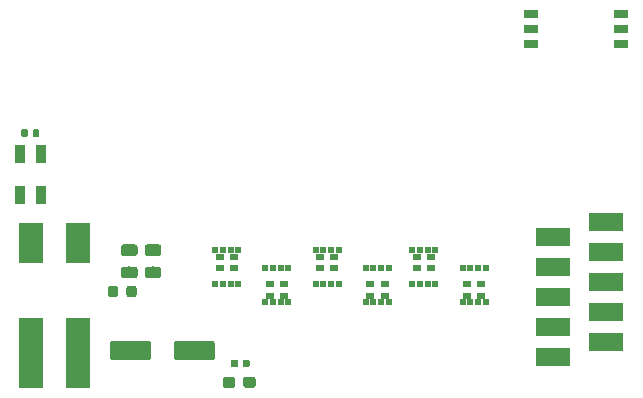
<source format=gbr>
G04 #@! TF.GenerationSoftware,KiCad,Pcbnew,5.1.2-f72e74a~84~ubuntu18.04.1*
G04 #@! TF.CreationDate,2019-09-23T02:40:17+02:00*
G04 #@! TF.ProjectId,board,626f6172-642e-46b6-9963-61645f706362,rev?*
G04 #@! TF.SameCoordinates,Original*
G04 #@! TF.FileFunction,Paste,Top*
G04 #@! TF.FilePolarity,Positive*
%FSLAX46Y46*%
G04 Gerber Fmt 4.6, Leading zero omitted, Abs format (unit mm)*
G04 Created by KiCad (PCBNEW 5.1.2-f72e74a~84~ubuntu18.04.1) date 2019-09-23 02:40:17*
%MOMM*%
%LPD*%
G04 APERTURE LIST*
%ADD10C,0.100000*%
%ADD11C,1.600000*%
%ADD12C,0.590000*%
%ADD13C,0.875000*%
%ADD14R,3.000000X1.500000*%
%ADD15C,0.950000*%
%ADD16R,2.000000X3.500000*%
%ADD17R,2.000000X6.000000*%
%ADD18R,0.738000X0.570000*%
%ADD19R,0.500000X0.630000*%
%ADD20C,0.975000*%
%ADD21R,1.270000X0.760000*%
%ADD22R,0.850000X1.600000*%
G04 APERTURE END LIST*
D10*
G36*
X112124504Y-129501204D02*
G01*
X112148773Y-129504804D01*
X112172571Y-129510765D01*
X112195671Y-129519030D01*
X112217849Y-129529520D01*
X112238893Y-129542133D01*
X112258598Y-129556747D01*
X112276777Y-129573223D01*
X112293253Y-129591402D01*
X112307867Y-129611107D01*
X112320480Y-129632151D01*
X112330970Y-129654329D01*
X112339235Y-129677429D01*
X112345196Y-129701227D01*
X112348796Y-129725496D01*
X112350000Y-129750000D01*
X112350000Y-130850000D01*
X112348796Y-130874504D01*
X112345196Y-130898773D01*
X112339235Y-130922571D01*
X112330970Y-130945671D01*
X112320480Y-130967849D01*
X112307867Y-130988893D01*
X112293253Y-131008598D01*
X112276777Y-131026777D01*
X112258598Y-131043253D01*
X112238893Y-131057867D01*
X112217849Y-131070480D01*
X112195671Y-131080970D01*
X112172571Y-131089235D01*
X112148773Y-131095196D01*
X112124504Y-131098796D01*
X112100000Y-131100000D01*
X109100000Y-131100000D01*
X109075496Y-131098796D01*
X109051227Y-131095196D01*
X109027429Y-131089235D01*
X109004329Y-131080970D01*
X108982151Y-131070480D01*
X108961107Y-131057867D01*
X108941402Y-131043253D01*
X108923223Y-131026777D01*
X108906747Y-131008598D01*
X108892133Y-130988893D01*
X108879520Y-130967849D01*
X108869030Y-130945671D01*
X108860765Y-130922571D01*
X108854804Y-130898773D01*
X108851204Y-130874504D01*
X108850000Y-130850000D01*
X108850000Y-129750000D01*
X108851204Y-129725496D01*
X108854804Y-129701227D01*
X108860765Y-129677429D01*
X108869030Y-129654329D01*
X108879520Y-129632151D01*
X108892133Y-129611107D01*
X108906747Y-129591402D01*
X108923223Y-129573223D01*
X108941402Y-129556747D01*
X108961107Y-129542133D01*
X108982151Y-129529520D01*
X109004329Y-129519030D01*
X109027429Y-129510765D01*
X109051227Y-129504804D01*
X109075496Y-129501204D01*
X109100000Y-129500000D01*
X112100000Y-129500000D01*
X112124504Y-129501204D01*
X112124504Y-129501204D01*
G37*
D11*
X110600000Y-130300000D03*
D10*
G36*
X117524504Y-129501204D02*
G01*
X117548773Y-129504804D01*
X117572571Y-129510765D01*
X117595671Y-129519030D01*
X117617849Y-129529520D01*
X117638893Y-129542133D01*
X117658598Y-129556747D01*
X117676777Y-129573223D01*
X117693253Y-129591402D01*
X117707867Y-129611107D01*
X117720480Y-129632151D01*
X117730970Y-129654329D01*
X117739235Y-129677429D01*
X117745196Y-129701227D01*
X117748796Y-129725496D01*
X117750000Y-129750000D01*
X117750000Y-130850000D01*
X117748796Y-130874504D01*
X117745196Y-130898773D01*
X117739235Y-130922571D01*
X117730970Y-130945671D01*
X117720480Y-130967849D01*
X117707867Y-130988893D01*
X117693253Y-131008598D01*
X117676777Y-131026777D01*
X117658598Y-131043253D01*
X117638893Y-131057867D01*
X117617849Y-131070480D01*
X117595671Y-131080970D01*
X117572571Y-131089235D01*
X117548773Y-131095196D01*
X117524504Y-131098796D01*
X117500000Y-131100000D01*
X114500000Y-131100000D01*
X114475496Y-131098796D01*
X114451227Y-131095196D01*
X114427429Y-131089235D01*
X114404329Y-131080970D01*
X114382151Y-131070480D01*
X114361107Y-131057867D01*
X114341402Y-131043253D01*
X114323223Y-131026777D01*
X114306747Y-131008598D01*
X114292133Y-130988893D01*
X114279520Y-130967849D01*
X114269030Y-130945671D01*
X114260765Y-130922571D01*
X114254804Y-130898773D01*
X114251204Y-130874504D01*
X114250000Y-130850000D01*
X114250000Y-129750000D01*
X114251204Y-129725496D01*
X114254804Y-129701227D01*
X114260765Y-129677429D01*
X114269030Y-129654329D01*
X114279520Y-129632151D01*
X114292133Y-129611107D01*
X114306747Y-129591402D01*
X114323223Y-129573223D01*
X114341402Y-129556747D01*
X114361107Y-129542133D01*
X114382151Y-129529520D01*
X114404329Y-129519030D01*
X114427429Y-129510765D01*
X114451227Y-129504804D01*
X114475496Y-129501204D01*
X114500000Y-129500000D01*
X117500000Y-129500000D01*
X117524504Y-129501204D01*
X117524504Y-129501204D01*
G37*
D11*
X116000000Y-130300000D03*
D10*
G36*
X101791958Y-111580710D02*
G01*
X101806276Y-111582834D01*
X101820317Y-111586351D01*
X101833946Y-111591228D01*
X101847031Y-111597417D01*
X101859447Y-111604858D01*
X101871073Y-111613481D01*
X101881798Y-111623202D01*
X101891519Y-111633927D01*
X101900142Y-111645553D01*
X101907583Y-111657969D01*
X101913772Y-111671054D01*
X101918649Y-111684683D01*
X101922166Y-111698724D01*
X101924290Y-111713042D01*
X101925000Y-111727500D01*
X101925000Y-112072500D01*
X101924290Y-112086958D01*
X101922166Y-112101276D01*
X101918649Y-112115317D01*
X101913772Y-112128946D01*
X101907583Y-112142031D01*
X101900142Y-112154447D01*
X101891519Y-112166073D01*
X101881798Y-112176798D01*
X101871073Y-112186519D01*
X101859447Y-112195142D01*
X101847031Y-112202583D01*
X101833946Y-112208772D01*
X101820317Y-112213649D01*
X101806276Y-112217166D01*
X101791958Y-112219290D01*
X101777500Y-112220000D01*
X101482500Y-112220000D01*
X101468042Y-112219290D01*
X101453724Y-112217166D01*
X101439683Y-112213649D01*
X101426054Y-112208772D01*
X101412969Y-112202583D01*
X101400553Y-112195142D01*
X101388927Y-112186519D01*
X101378202Y-112176798D01*
X101368481Y-112166073D01*
X101359858Y-112154447D01*
X101352417Y-112142031D01*
X101346228Y-112128946D01*
X101341351Y-112115317D01*
X101337834Y-112101276D01*
X101335710Y-112086958D01*
X101335000Y-112072500D01*
X101335000Y-111727500D01*
X101335710Y-111713042D01*
X101337834Y-111698724D01*
X101341351Y-111684683D01*
X101346228Y-111671054D01*
X101352417Y-111657969D01*
X101359858Y-111645553D01*
X101368481Y-111633927D01*
X101378202Y-111623202D01*
X101388927Y-111613481D01*
X101400553Y-111604858D01*
X101412969Y-111597417D01*
X101426054Y-111591228D01*
X101439683Y-111586351D01*
X101453724Y-111582834D01*
X101468042Y-111580710D01*
X101482500Y-111580000D01*
X101777500Y-111580000D01*
X101791958Y-111580710D01*
X101791958Y-111580710D01*
G37*
D12*
X101630000Y-111900000D03*
D10*
G36*
X102761958Y-111580710D02*
G01*
X102776276Y-111582834D01*
X102790317Y-111586351D01*
X102803946Y-111591228D01*
X102817031Y-111597417D01*
X102829447Y-111604858D01*
X102841073Y-111613481D01*
X102851798Y-111623202D01*
X102861519Y-111633927D01*
X102870142Y-111645553D01*
X102877583Y-111657969D01*
X102883772Y-111671054D01*
X102888649Y-111684683D01*
X102892166Y-111698724D01*
X102894290Y-111713042D01*
X102895000Y-111727500D01*
X102895000Y-112072500D01*
X102894290Y-112086958D01*
X102892166Y-112101276D01*
X102888649Y-112115317D01*
X102883772Y-112128946D01*
X102877583Y-112142031D01*
X102870142Y-112154447D01*
X102861519Y-112166073D01*
X102851798Y-112176798D01*
X102841073Y-112186519D01*
X102829447Y-112195142D01*
X102817031Y-112202583D01*
X102803946Y-112208772D01*
X102790317Y-112213649D01*
X102776276Y-112217166D01*
X102761958Y-112219290D01*
X102747500Y-112220000D01*
X102452500Y-112220000D01*
X102438042Y-112219290D01*
X102423724Y-112217166D01*
X102409683Y-112213649D01*
X102396054Y-112208772D01*
X102382969Y-112202583D01*
X102370553Y-112195142D01*
X102358927Y-112186519D01*
X102348202Y-112176798D01*
X102338481Y-112166073D01*
X102329858Y-112154447D01*
X102322417Y-112142031D01*
X102316228Y-112128946D01*
X102311351Y-112115317D01*
X102307834Y-112101276D01*
X102305710Y-112086958D01*
X102305000Y-112072500D01*
X102305000Y-111727500D01*
X102305710Y-111713042D01*
X102307834Y-111698724D01*
X102311351Y-111684683D01*
X102316228Y-111671054D01*
X102322417Y-111657969D01*
X102329858Y-111645553D01*
X102338481Y-111633927D01*
X102348202Y-111623202D01*
X102358927Y-111613481D01*
X102370553Y-111604858D01*
X102382969Y-111597417D01*
X102396054Y-111591228D01*
X102409683Y-111586351D01*
X102423724Y-111582834D01*
X102438042Y-111580710D01*
X102452500Y-111580000D01*
X102747500Y-111580000D01*
X102761958Y-111580710D01*
X102761958Y-111580710D01*
G37*
D12*
X102600000Y-111900000D03*
D10*
G36*
X110927691Y-124826053D02*
G01*
X110948926Y-124829203D01*
X110969750Y-124834419D01*
X110989962Y-124841651D01*
X111009368Y-124850830D01*
X111027781Y-124861866D01*
X111045024Y-124874654D01*
X111060930Y-124889070D01*
X111075346Y-124904976D01*
X111088134Y-124922219D01*
X111099170Y-124940632D01*
X111108349Y-124960038D01*
X111115581Y-124980250D01*
X111120797Y-125001074D01*
X111123947Y-125022309D01*
X111125000Y-125043750D01*
X111125000Y-125556250D01*
X111123947Y-125577691D01*
X111120797Y-125598926D01*
X111115581Y-125619750D01*
X111108349Y-125639962D01*
X111099170Y-125659368D01*
X111088134Y-125677781D01*
X111075346Y-125695024D01*
X111060930Y-125710930D01*
X111045024Y-125725346D01*
X111027781Y-125738134D01*
X111009368Y-125749170D01*
X110989962Y-125758349D01*
X110969750Y-125765581D01*
X110948926Y-125770797D01*
X110927691Y-125773947D01*
X110906250Y-125775000D01*
X110468750Y-125775000D01*
X110447309Y-125773947D01*
X110426074Y-125770797D01*
X110405250Y-125765581D01*
X110385038Y-125758349D01*
X110365632Y-125749170D01*
X110347219Y-125738134D01*
X110329976Y-125725346D01*
X110314070Y-125710930D01*
X110299654Y-125695024D01*
X110286866Y-125677781D01*
X110275830Y-125659368D01*
X110266651Y-125639962D01*
X110259419Y-125619750D01*
X110254203Y-125598926D01*
X110251053Y-125577691D01*
X110250000Y-125556250D01*
X110250000Y-125043750D01*
X110251053Y-125022309D01*
X110254203Y-125001074D01*
X110259419Y-124980250D01*
X110266651Y-124960038D01*
X110275830Y-124940632D01*
X110286866Y-124922219D01*
X110299654Y-124904976D01*
X110314070Y-124889070D01*
X110329976Y-124874654D01*
X110347219Y-124861866D01*
X110365632Y-124850830D01*
X110385038Y-124841651D01*
X110405250Y-124834419D01*
X110426074Y-124829203D01*
X110447309Y-124826053D01*
X110468750Y-124825000D01*
X110906250Y-124825000D01*
X110927691Y-124826053D01*
X110927691Y-124826053D01*
G37*
D13*
X110687500Y-125300000D03*
D10*
G36*
X109352691Y-124826053D02*
G01*
X109373926Y-124829203D01*
X109394750Y-124834419D01*
X109414962Y-124841651D01*
X109434368Y-124850830D01*
X109452781Y-124861866D01*
X109470024Y-124874654D01*
X109485930Y-124889070D01*
X109500346Y-124904976D01*
X109513134Y-124922219D01*
X109524170Y-124940632D01*
X109533349Y-124960038D01*
X109540581Y-124980250D01*
X109545797Y-125001074D01*
X109548947Y-125022309D01*
X109550000Y-125043750D01*
X109550000Y-125556250D01*
X109548947Y-125577691D01*
X109545797Y-125598926D01*
X109540581Y-125619750D01*
X109533349Y-125639962D01*
X109524170Y-125659368D01*
X109513134Y-125677781D01*
X109500346Y-125695024D01*
X109485930Y-125710930D01*
X109470024Y-125725346D01*
X109452781Y-125738134D01*
X109434368Y-125749170D01*
X109414962Y-125758349D01*
X109394750Y-125765581D01*
X109373926Y-125770797D01*
X109352691Y-125773947D01*
X109331250Y-125775000D01*
X108893750Y-125775000D01*
X108872309Y-125773947D01*
X108851074Y-125770797D01*
X108830250Y-125765581D01*
X108810038Y-125758349D01*
X108790632Y-125749170D01*
X108772219Y-125738134D01*
X108754976Y-125725346D01*
X108739070Y-125710930D01*
X108724654Y-125695024D01*
X108711866Y-125677781D01*
X108700830Y-125659368D01*
X108691651Y-125639962D01*
X108684419Y-125619750D01*
X108679203Y-125598926D01*
X108676053Y-125577691D01*
X108675000Y-125556250D01*
X108675000Y-125043750D01*
X108676053Y-125022309D01*
X108679203Y-125001074D01*
X108684419Y-124980250D01*
X108691651Y-124960038D01*
X108700830Y-124940632D01*
X108711866Y-124922219D01*
X108724654Y-124904976D01*
X108739070Y-124889070D01*
X108754976Y-124874654D01*
X108772219Y-124861866D01*
X108790632Y-124850830D01*
X108810038Y-124841651D01*
X108830250Y-124834419D01*
X108851074Y-124829203D01*
X108872309Y-124826053D01*
X108893750Y-124825000D01*
X109331250Y-124825000D01*
X109352691Y-124826053D01*
X109352691Y-124826053D01*
G37*
D13*
X109112500Y-125300000D03*
D14*
X146343000Y-130837000D03*
X146343000Y-128297000D03*
X146343000Y-125757000D03*
X146343000Y-123217000D03*
X146343000Y-120677000D03*
X150843000Y-129567000D03*
X150843000Y-127027000D03*
X150843000Y-124487000D03*
X150843000Y-121947000D03*
X150843000Y-119407000D03*
D10*
G36*
X119235779Y-132526144D02*
G01*
X119258834Y-132529563D01*
X119281443Y-132535227D01*
X119303387Y-132543079D01*
X119324457Y-132553044D01*
X119344448Y-132565026D01*
X119363168Y-132578910D01*
X119380438Y-132594562D01*
X119396090Y-132611832D01*
X119409974Y-132630552D01*
X119421956Y-132650543D01*
X119431921Y-132671613D01*
X119439773Y-132693557D01*
X119445437Y-132716166D01*
X119448856Y-132739221D01*
X119450000Y-132762500D01*
X119450000Y-133237500D01*
X119448856Y-133260779D01*
X119445437Y-133283834D01*
X119439773Y-133306443D01*
X119431921Y-133328387D01*
X119421956Y-133349457D01*
X119409974Y-133369448D01*
X119396090Y-133388168D01*
X119380438Y-133405438D01*
X119363168Y-133421090D01*
X119344448Y-133434974D01*
X119324457Y-133446956D01*
X119303387Y-133456921D01*
X119281443Y-133464773D01*
X119258834Y-133470437D01*
X119235779Y-133473856D01*
X119212500Y-133475000D01*
X118637500Y-133475000D01*
X118614221Y-133473856D01*
X118591166Y-133470437D01*
X118568557Y-133464773D01*
X118546613Y-133456921D01*
X118525543Y-133446956D01*
X118505552Y-133434974D01*
X118486832Y-133421090D01*
X118469562Y-133405438D01*
X118453910Y-133388168D01*
X118440026Y-133369448D01*
X118428044Y-133349457D01*
X118418079Y-133328387D01*
X118410227Y-133306443D01*
X118404563Y-133283834D01*
X118401144Y-133260779D01*
X118400000Y-133237500D01*
X118400000Y-132762500D01*
X118401144Y-132739221D01*
X118404563Y-132716166D01*
X118410227Y-132693557D01*
X118418079Y-132671613D01*
X118428044Y-132650543D01*
X118440026Y-132630552D01*
X118453910Y-132611832D01*
X118469562Y-132594562D01*
X118486832Y-132578910D01*
X118505552Y-132565026D01*
X118525543Y-132553044D01*
X118546613Y-132543079D01*
X118568557Y-132535227D01*
X118591166Y-132529563D01*
X118614221Y-132526144D01*
X118637500Y-132525000D01*
X119212500Y-132525000D01*
X119235779Y-132526144D01*
X119235779Y-132526144D01*
G37*
D15*
X118925000Y-133000000D03*
D10*
G36*
X120985779Y-132526144D02*
G01*
X121008834Y-132529563D01*
X121031443Y-132535227D01*
X121053387Y-132543079D01*
X121074457Y-132553044D01*
X121094448Y-132565026D01*
X121113168Y-132578910D01*
X121130438Y-132594562D01*
X121146090Y-132611832D01*
X121159974Y-132630552D01*
X121171956Y-132650543D01*
X121181921Y-132671613D01*
X121189773Y-132693557D01*
X121195437Y-132716166D01*
X121198856Y-132739221D01*
X121200000Y-132762500D01*
X121200000Y-133237500D01*
X121198856Y-133260779D01*
X121195437Y-133283834D01*
X121189773Y-133306443D01*
X121181921Y-133328387D01*
X121171956Y-133349457D01*
X121159974Y-133369448D01*
X121146090Y-133388168D01*
X121130438Y-133405438D01*
X121113168Y-133421090D01*
X121094448Y-133434974D01*
X121074457Y-133446956D01*
X121053387Y-133456921D01*
X121031443Y-133464773D01*
X121008834Y-133470437D01*
X120985779Y-133473856D01*
X120962500Y-133475000D01*
X120387500Y-133475000D01*
X120364221Y-133473856D01*
X120341166Y-133470437D01*
X120318557Y-133464773D01*
X120296613Y-133456921D01*
X120275543Y-133446956D01*
X120255552Y-133434974D01*
X120236832Y-133421090D01*
X120219562Y-133405438D01*
X120203910Y-133388168D01*
X120190026Y-133369448D01*
X120178044Y-133349457D01*
X120168079Y-133328387D01*
X120160227Y-133306443D01*
X120154563Y-133283834D01*
X120151144Y-133260779D01*
X120150000Y-133237500D01*
X120150000Y-132762500D01*
X120151144Y-132739221D01*
X120154563Y-132716166D01*
X120160227Y-132693557D01*
X120168079Y-132671613D01*
X120178044Y-132650543D01*
X120190026Y-132630552D01*
X120203910Y-132611832D01*
X120219562Y-132594562D01*
X120236832Y-132578910D01*
X120255552Y-132565026D01*
X120275543Y-132553044D01*
X120296613Y-132543079D01*
X120318557Y-132535227D01*
X120341166Y-132529563D01*
X120364221Y-132526144D01*
X120387500Y-132525000D01*
X120962500Y-132525000D01*
X120985779Y-132526144D01*
X120985779Y-132526144D01*
G37*
D15*
X120675000Y-133000000D03*
D10*
G36*
X119576958Y-131080710D02*
G01*
X119591276Y-131082834D01*
X119605317Y-131086351D01*
X119618946Y-131091228D01*
X119632031Y-131097417D01*
X119644447Y-131104858D01*
X119656073Y-131113481D01*
X119666798Y-131123202D01*
X119676519Y-131133927D01*
X119685142Y-131145553D01*
X119692583Y-131157969D01*
X119698772Y-131171054D01*
X119703649Y-131184683D01*
X119707166Y-131198724D01*
X119709290Y-131213042D01*
X119710000Y-131227500D01*
X119710000Y-131572500D01*
X119709290Y-131586958D01*
X119707166Y-131601276D01*
X119703649Y-131615317D01*
X119698772Y-131628946D01*
X119692583Y-131642031D01*
X119685142Y-131654447D01*
X119676519Y-131666073D01*
X119666798Y-131676798D01*
X119656073Y-131686519D01*
X119644447Y-131695142D01*
X119632031Y-131702583D01*
X119618946Y-131708772D01*
X119605317Y-131713649D01*
X119591276Y-131717166D01*
X119576958Y-131719290D01*
X119562500Y-131720000D01*
X119267500Y-131720000D01*
X119253042Y-131719290D01*
X119238724Y-131717166D01*
X119224683Y-131713649D01*
X119211054Y-131708772D01*
X119197969Y-131702583D01*
X119185553Y-131695142D01*
X119173927Y-131686519D01*
X119163202Y-131676798D01*
X119153481Y-131666073D01*
X119144858Y-131654447D01*
X119137417Y-131642031D01*
X119131228Y-131628946D01*
X119126351Y-131615317D01*
X119122834Y-131601276D01*
X119120710Y-131586958D01*
X119120000Y-131572500D01*
X119120000Y-131227500D01*
X119120710Y-131213042D01*
X119122834Y-131198724D01*
X119126351Y-131184683D01*
X119131228Y-131171054D01*
X119137417Y-131157969D01*
X119144858Y-131145553D01*
X119153481Y-131133927D01*
X119163202Y-131123202D01*
X119173927Y-131113481D01*
X119185553Y-131104858D01*
X119197969Y-131097417D01*
X119211054Y-131091228D01*
X119224683Y-131086351D01*
X119238724Y-131082834D01*
X119253042Y-131080710D01*
X119267500Y-131080000D01*
X119562500Y-131080000D01*
X119576958Y-131080710D01*
X119576958Y-131080710D01*
G37*
D12*
X119415000Y-131400000D03*
D10*
G36*
X120546958Y-131080710D02*
G01*
X120561276Y-131082834D01*
X120575317Y-131086351D01*
X120588946Y-131091228D01*
X120602031Y-131097417D01*
X120614447Y-131104858D01*
X120626073Y-131113481D01*
X120636798Y-131123202D01*
X120646519Y-131133927D01*
X120655142Y-131145553D01*
X120662583Y-131157969D01*
X120668772Y-131171054D01*
X120673649Y-131184683D01*
X120677166Y-131198724D01*
X120679290Y-131213042D01*
X120680000Y-131227500D01*
X120680000Y-131572500D01*
X120679290Y-131586958D01*
X120677166Y-131601276D01*
X120673649Y-131615317D01*
X120668772Y-131628946D01*
X120662583Y-131642031D01*
X120655142Y-131654447D01*
X120646519Y-131666073D01*
X120636798Y-131676798D01*
X120626073Y-131686519D01*
X120614447Y-131695142D01*
X120602031Y-131702583D01*
X120588946Y-131708772D01*
X120575317Y-131713649D01*
X120561276Y-131717166D01*
X120546958Y-131719290D01*
X120532500Y-131720000D01*
X120237500Y-131720000D01*
X120223042Y-131719290D01*
X120208724Y-131717166D01*
X120194683Y-131713649D01*
X120181054Y-131708772D01*
X120167969Y-131702583D01*
X120155553Y-131695142D01*
X120143927Y-131686519D01*
X120133202Y-131676798D01*
X120123481Y-131666073D01*
X120114858Y-131654447D01*
X120107417Y-131642031D01*
X120101228Y-131628946D01*
X120096351Y-131615317D01*
X120092834Y-131601276D01*
X120090710Y-131586958D01*
X120090000Y-131572500D01*
X120090000Y-131227500D01*
X120090710Y-131213042D01*
X120092834Y-131198724D01*
X120096351Y-131184683D01*
X120101228Y-131171054D01*
X120107417Y-131157969D01*
X120114858Y-131145553D01*
X120123481Y-131133927D01*
X120133202Y-131123202D01*
X120143927Y-131113481D01*
X120155553Y-131104858D01*
X120167969Y-131097417D01*
X120181054Y-131091228D01*
X120194683Y-131086351D01*
X120208724Y-131082834D01*
X120223042Y-131080710D01*
X120237500Y-131080000D01*
X120532500Y-131080000D01*
X120546958Y-131080710D01*
X120546958Y-131080710D01*
G37*
D12*
X120385000Y-131400000D03*
D16*
X106140000Y-121242000D03*
D17*
X106140000Y-130492000D03*
X102140000Y-130492000D03*
D16*
X102140000Y-121242000D03*
D18*
X134835000Y-123340000D03*
X136055000Y-123340000D03*
X134835000Y-122390000D03*
X136055000Y-122390000D03*
D19*
X134475000Y-121810000D03*
X135115000Y-121810000D03*
X135775000Y-121810000D03*
X136415000Y-121810000D03*
X136415000Y-124690000D03*
X135775000Y-124690000D03*
X135115000Y-124690000D03*
X134475000Y-124690000D03*
D18*
X140310000Y-124710000D03*
X139090000Y-124710000D03*
X140310000Y-125660000D03*
X139090000Y-125660000D03*
D19*
X140670000Y-126240000D03*
X140030000Y-126240000D03*
X139370000Y-126240000D03*
X138730000Y-126240000D03*
X138730000Y-123360000D03*
X139370000Y-123360000D03*
X140030000Y-123360000D03*
X140670000Y-123360000D03*
D18*
X132110000Y-124710000D03*
X130890000Y-124710000D03*
X132110000Y-125660000D03*
X130890000Y-125660000D03*
D19*
X132470000Y-126240000D03*
X131830000Y-126240000D03*
X131170000Y-126240000D03*
X130530000Y-126240000D03*
X130530000Y-123360000D03*
X131170000Y-123360000D03*
X131830000Y-123360000D03*
X132470000Y-123360000D03*
D18*
X118140000Y-123340000D03*
X119360000Y-123340000D03*
X118140000Y-122390000D03*
X119360000Y-122390000D03*
D19*
X117780000Y-121810000D03*
X118420000Y-121810000D03*
X119080000Y-121810000D03*
X119720000Y-121810000D03*
X119720000Y-124690000D03*
X119080000Y-124690000D03*
X118420000Y-124690000D03*
X117780000Y-124690000D03*
D18*
X126640000Y-123340000D03*
X127860000Y-123340000D03*
X126640000Y-122390000D03*
X127860000Y-122390000D03*
D19*
X126280000Y-121810000D03*
X126920000Y-121810000D03*
X127580000Y-121810000D03*
X128220000Y-121810000D03*
X128220000Y-124690000D03*
X127580000Y-124690000D03*
X126920000Y-124690000D03*
X126280000Y-124690000D03*
D18*
X123610000Y-124710000D03*
X122390000Y-124710000D03*
X123610000Y-125660000D03*
X122390000Y-125660000D03*
D19*
X123970000Y-126240000D03*
X123330000Y-126240000D03*
X122670000Y-126240000D03*
X122030000Y-126240000D03*
X122030000Y-123360000D03*
X122670000Y-123360000D03*
X123330000Y-123360000D03*
X123970000Y-123360000D03*
D10*
G36*
X112980142Y-123201174D02*
G01*
X113003803Y-123204684D01*
X113027007Y-123210496D01*
X113049529Y-123218554D01*
X113071153Y-123228782D01*
X113091670Y-123241079D01*
X113110883Y-123255329D01*
X113128607Y-123271393D01*
X113144671Y-123289117D01*
X113158921Y-123308330D01*
X113171218Y-123328847D01*
X113181446Y-123350471D01*
X113189504Y-123372993D01*
X113195316Y-123396197D01*
X113198826Y-123419858D01*
X113200000Y-123443750D01*
X113200000Y-123931250D01*
X113198826Y-123955142D01*
X113195316Y-123978803D01*
X113189504Y-124002007D01*
X113181446Y-124024529D01*
X113171218Y-124046153D01*
X113158921Y-124066670D01*
X113144671Y-124085883D01*
X113128607Y-124103607D01*
X113110883Y-124119671D01*
X113091670Y-124133921D01*
X113071153Y-124146218D01*
X113049529Y-124156446D01*
X113027007Y-124164504D01*
X113003803Y-124170316D01*
X112980142Y-124173826D01*
X112956250Y-124175000D01*
X112043750Y-124175000D01*
X112019858Y-124173826D01*
X111996197Y-124170316D01*
X111972993Y-124164504D01*
X111950471Y-124156446D01*
X111928847Y-124146218D01*
X111908330Y-124133921D01*
X111889117Y-124119671D01*
X111871393Y-124103607D01*
X111855329Y-124085883D01*
X111841079Y-124066670D01*
X111828782Y-124046153D01*
X111818554Y-124024529D01*
X111810496Y-124002007D01*
X111804684Y-123978803D01*
X111801174Y-123955142D01*
X111800000Y-123931250D01*
X111800000Y-123443750D01*
X111801174Y-123419858D01*
X111804684Y-123396197D01*
X111810496Y-123372993D01*
X111818554Y-123350471D01*
X111828782Y-123328847D01*
X111841079Y-123308330D01*
X111855329Y-123289117D01*
X111871393Y-123271393D01*
X111889117Y-123255329D01*
X111908330Y-123241079D01*
X111928847Y-123228782D01*
X111950471Y-123218554D01*
X111972993Y-123210496D01*
X111996197Y-123204684D01*
X112019858Y-123201174D01*
X112043750Y-123200000D01*
X112956250Y-123200000D01*
X112980142Y-123201174D01*
X112980142Y-123201174D01*
G37*
D20*
X112500000Y-123687500D03*
D10*
G36*
X112980142Y-121326174D02*
G01*
X113003803Y-121329684D01*
X113027007Y-121335496D01*
X113049529Y-121343554D01*
X113071153Y-121353782D01*
X113091670Y-121366079D01*
X113110883Y-121380329D01*
X113128607Y-121396393D01*
X113144671Y-121414117D01*
X113158921Y-121433330D01*
X113171218Y-121453847D01*
X113181446Y-121475471D01*
X113189504Y-121497993D01*
X113195316Y-121521197D01*
X113198826Y-121544858D01*
X113200000Y-121568750D01*
X113200000Y-122056250D01*
X113198826Y-122080142D01*
X113195316Y-122103803D01*
X113189504Y-122127007D01*
X113181446Y-122149529D01*
X113171218Y-122171153D01*
X113158921Y-122191670D01*
X113144671Y-122210883D01*
X113128607Y-122228607D01*
X113110883Y-122244671D01*
X113091670Y-122258921D01*
X113071153Y-122271218D01*
X113049529Y-122281446D01*
X113027007Y-122289504D01*
X113003803Y-122295316D01*
X112980142Y-122298826D01*
X112956250Y-122300000D01*
X112043750Y-122300000D01*
X112019858Y-122298826D01*
X111996197Y-122295316D01*
X111972993Y-122289504D01*
X111950471Y-122281446D01*
X111928847Y-122271218D01*
X111908330Y-122258921D01*
X111889117Y-122244671D01*
X111871393Y-122228607D01*
X111855329Y-122210883D01*
X111841079Y-122191670D01*
X111828782Y-122171153D01*
X111818554Y-122149529D01*
X111810496Y-122127007D01*
X111804684Y-122103803D01*
X111801174Y-122080142D01*
X111800000Y-122056250D01*
X111800000Y-121568750D01*
X111801174Y-121544858D01*
X111804684Y-121521197D01*
X111810496Y-121497993D01*
X111818554Y-121475471D01*
X111828782Y-121453847D01*
X111841079Y-121433330D01*
X111855329Y-121414117D01*
X111871393Y-121396393D01*
X111889117Y-121380329D01*
X111908330Y-121366079D01*
X111928847Y-121353782D01*
X111950471Y-121343554D01*
X111972993Y-121335496D01*
X111996197Y-121329684D01*
X112019858Y-121326174D01*
X112043750Y-121325000D01*
X112956250Y-121325000D01*
X112980142Y-121326174D01*
X112980142Y-121326174D01*
G37*
D20*
X112500000Y-121812500D03*
D10*
G36*
X110980142Y-123201174D02*
G01*
X111003803Y-123204684D01*
X111027007Y-123210496D01*
X111049529Y-123218554D01*
X111071153Y-123228782D01*
X111091670Y-123241079D01*
X111110883Y-123255329D01*
X111128607Y-123271393D01*
X111144671Y-123289117D01*
X111158921Y-123308330D01*
X111171218Y-123328847D01*
X111181446Y-123350471D01*
X111189504Y-123372993D01*
X111195316Y-123396197D01*
X111198826Y-123419858D01*
X111200000Y-123443750D01*
X111200000Y-123931250D01*
X111198826Y-123955142D01*
X111195316Y-123978803D01*
X111189504Y-124002007D01*
X111181446Y-124024529D01*
X111171218Y-124046153D01*
X111158921Y-124066670D01*
X111144671Y-124085883D01*
X111128607Y-124103607D01*
X111110883Y-124119671D01*
X111091670Y-124133921D01*
X111071153Y-124146218D01*
X111049529Y-124156446D01*
X111027007Y-124164504D01*
X111003803Y-124170316D01*
X110980142Y-124173826D01*
X110956250Y-124175000D01*
X110043750Y-124175000D01*
X110019858Y-124173826D01*
X109996197Y-124170316D01*
X109972993Y-124164504D01*
X109950471Y-124156446D01*
X109928847Y-124146218D01*
X109908330Y-124133921D01*
X109889117Y-124119671D01*
X109871393Y-124103607D01*
X109855329Y-124085883D01*
X109841079Y-124066670D01*
X109828782Y-124046153D01*
X109818554Y-124024529D01*
X109810496Y-124002007D01*
X109804684Y-123978803D01*
X109801174Y-123955142D01*
X109800000Y-123931250D01*
X109800000Y-123443750D01*
X109801174Y-123419858D01*
X109804684Y-123396197D01*
X109810496Y-123372993D01*
X109818554Y-123350471D01*
X109828782Y-123328847D01*
X109841079Y-123308330D01*
X109855329Y-123289117D01*
X109871393Y-123271393D01*
X109889117Y-123255329D01*
X109908330Y-123241079D01*
X109928847Y-123228782D01*
X109950471Y-123218554D01*
X109972993Y-123210496D01*
X109996197Y-123204684D01*
X110019858Y-123201174D01*
X110043750Y-123200000D01*
X110956250Y-123200000D01*
X110980142Y-123201174D01*
X110980142Y-123201174D01*
G37*
D20*
X110500000Y-123687500D03*
D10*
G36*
X110980142Y-121326174D02*
G01*
X111003803Y-121329684D01*
X111027007Y-121335496D01*
X111049529Y-121343554D01*
X111071153Y-121353782D01*
X111091670Y-121366079D01*
X111110883Y-121380329D01*
X111128607Y-121396393D01*
X111144671Y-121414117D01*
X111158921Y-121433330D01*
X111171218Y-121453847D01*
X111181446Y-121475471D01*
X111189504Y-121497993D01*
X111195316Y-121521197D01*
X111198826Y-121544858D01*
X111200000Y-121568750D01*
X111200000Y-122056250D01*
X111198826Y-122080142D01*
X111195316Y-122103803D01*
X111189504Y-122127007D01*
X111181446Y-122149529D01*
X111171218Y-122171153D01*
X111158921Y-122191670D01*
X111144671Y-122210883D01*
X111128607Y-122228607D01*
X111110883Y-122244671D01*
X111091670Y-122258921D01*
X111071153Y-122271218D01*
X111049529Y-122281446D01*
X111027007Y-122289504D01*
X111003803Y-122295316D01*
X110980142Y-122298826D01*
X110956250Y-122300000D01*
X110043750Y-122300000D01*
X110019858Y-122298826D01*
X109996197Y-122295316D01*
X109972993Y-122289504D01*
X109950471Y-122281446D01*
X109928847Y-122271218D01*
X109908330Y-122258921D01*
X109889117Y-122244671D01*
X109871393Y-122228607D01*
X109855329Y-122210883D01*
X109841079Y-122191670D01*
X109828782Y-122171153D01*
X109818554Y-122149529D01*
X109810496Y-122127007D01*
X109804684Y-122103803D01*
X109801174Y-122080142D01*
X109800000Y-122056250D01*
X109800000Y-121568750D01*
X109801174Y-121544858D01*
X109804684Y-121521197D01*
X109810496Y-121497993D01*
X109818554Y-121475471D01*
X109828782Y-121453847D01*
X109841079Y-121433330D01*
X109855329Y-121414117D01*
X109871393Y-121396393D01*
X109889117Y-121380329D01*
X109908330Y-121366079D01*
X109928847Y-121353782D01*
X109950471Y-121343554D01*
X109972993Y-121335496D01*
X109996197Y-121329684D01*
X110019858Y-121326174D01*
X110043750Y-121325000D01*
X110956250Y-121325000D01*
X110980142Y-121326174D01*
X110980142Y-121326174D01*
G37*
D20*
X110500000Y-121812500D03*
D21*
X144490000Y-101830000D03*
X152110000Y-104370000D03*
X144490000Y-103100000D03*
X152110000Y-103100000D03*
X144490000Y-104370000D03*
X152110000Y-101830000D03*
D22*
X101275000Y-117150000D03*
X103025000Y-117150000D03*
X101275000Y-113650000D03*
X103025000Y-113650000D03*
M02*

</source>
